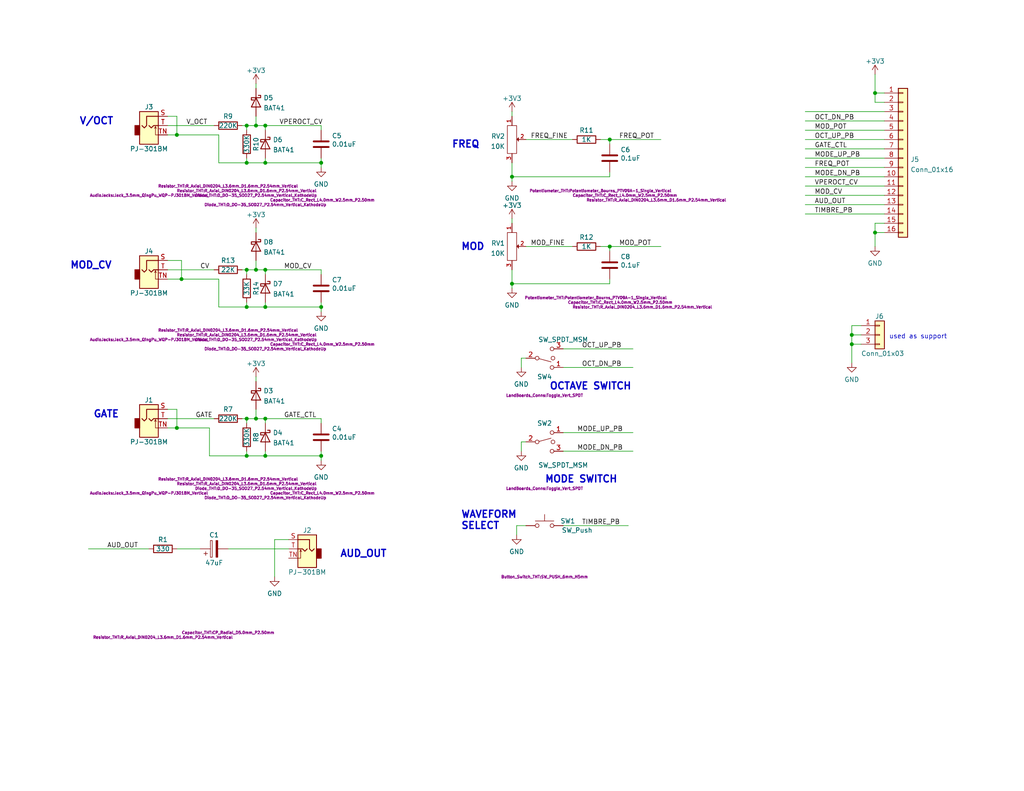
<source format=kicad_sch>
(kicad_sch (version 20211123) (generator eeschema)
  (paper "A")
  (title_block (title "VCO CONTROL PANEL") (date "2022-09-30") (rev "1") (company "LAND BOARDS LLC") (comment 1 "https://note.com/solder_state/n/nca6a1dec3921"))
  (lib_symbols
    (symbol "Connector:AudioJack2_SwitchT"
      (property "Reference" "J" (at 0 8.89 0))
      (property "Value" "AudioJack2_SwitchT" (at 0 6.35 0))
      (symbol "AudioJack2_SwitchT_0_1"
        (rectangle (start -2.54 0) (end -3.81 -2.54) (stroke (width 0.254)) (fill (type outline)))
        (polyline (pts (xy 1.778 -0.254) (xy 2.032 -0.762)))
        (polyline (pts (xy 0 0) (xy 0.635 -0.635) (xy 1.27 0) (xy 2.54 0)) (stroke (width 0.254)))
        (polyline (pts (xy 2.54 -2.54) (xy 1.778 -2.54) (xy 1.778 -0.254) (xy 1.524 -0.762)))
        (polyline (pts (xy 2.54 2.54) (xy -0.635 2.54) (xy -0.635 0) (xy -1.27 -0.635) (xy -1.905 0)) (stroke (width 0.254)))
        (rectangle (start 2.54 3.81) (end -2.54 -5.08) (stroke (width 0.254)) (fill (type background)))
      )
      (symbol "AudioJack2_SwitchT_1_1"
        (pin passive line (at 5.08 2.54 180) (length 2.54) (name "~") (number "S"))
        (pin passive line (at 5.08 0 180) (length 2.54) (name "~") (number "T"))
        (pin passive line (at 5.08 -2.54 180) (length 2.54) (name "~") (number "TN"))
      )
    )
    (symbol "Connector_Generic:Conn_01x03" (pin_names (offset 1.016) hide)
      (property "Reference" "J" (at 0 5.08 0))
      (property "Value" "Conn_01x03" (at 0 -5.08 0))
      (symbol "Conn_01x03_1_1"
        (rectangle (start -1.27 -2.413) (end 0 -2.667) (stroke (width 0.1524)))
        (rectangle (start -1.27 0.127) (end 0 -0.127) (stroke (width 0.1524)))
        (rectangle (start -1.27 2.667) (end 0 2.413) (stroke (width 0.1524)))
        (rectangle (start -1.27 3.81) (end 1.27 -3.81) (stroke (width 0.254)) (fill (type background)))
        (pin passive line (at -5.08 2.54 0) (length 3.81) (name "Pin_1") (number "1"))
        (pin passive line (at -5.08 0 0) (length 3.81) (name "Pin_2") (number "2"))
        (pin passive line (at -5.08 -2.54 0) (length 3.81) (name "Pin_3") (number "3"))
      )
    )
    (symbol "Connector_Generic:Conn_01x16" (pin_names (offset 1.016) hide)
      (property "Reference" "J" (at 0 20.32 0))
      (property "Value" "Conn_01x16" (at 0 -22.86 0))
      (symbol "Conn_01x16_1_1"
        (rectangle (start -1.27 -20.193) (end 0 -20.447) (stroke (width 0.1524)))
        (rectangle (start -1.27 -17.653) (end 0 -17.907) (stroke (width 0.1524)))
        (rectangle (start -1.27 -15.113) (end 0 -15.367) (stroke (width 0.1524)))
        (rectangle (start -1.27 -12.573) (end 0 -12.827) (stroke (width 0.1524)))
        (rectangle (start -1.27 -10.033) (end 0 -10.287) (stroke (width 0.1524)))
        (rectangle (start -1.27 -7.493) (end 0 -7.747) (stroke (width 0.1524)))
        (rectangle (start -1.27 -4.953) (end 0 -5.207) (stroke (width 0.1524)))
        (rectangle (start -1.27 -2.413) (end 0 -2.667) (stroke (width 0.1524)))
        (rectangle (start -1.27 0.127) (end 0 -0.127) (stroke (width 0.1524)))
        (rectangle (start -1.27 2.667) (end 0 2.413) (stroke (width 0.1524)))
        (rectangle (start -1.27 5.207) (end 0 4.953) (stroke (width 0.1524)))
        (rectangle (start -1.27 7.747) (end 0 7.493) (stroke (width 0.1524)))
        (rectangle (start -1.27 10.287) (end 0 10.033) (stroke (width 0.1524)))
        (rectangle (start -1.27 12.827) (end 0 12.573) (stroke (width 0.1524)))
        (rectangle (start -1.27 15.367) (end 0 15.113) (stroke (width 0.1524)))
        (rectangle (start -1.27 17.907) (end 0 17.653) (stroke (width 0.1524)))
        (rectangle (start -1.27 19.05) (end 1.27 -21.59) (stroke (width 0.254)) (fill (type background)))
        (pin passive line (at -5.08 17.78 0) (length 3.81) (name "Pin_1") (number "1"))
        (pin passive line (at -5.08 -5.08 0) (length 3.81) (name "Pin_10") (number "10"))
        (pin passive line (at -5.08 -7.62 0) (length 3.81) (name "Pin_11") (number "11"))
        (pin passive line (at -5.08 -10.16 0) (length 3.81) (name "Pin_12") (number "12"))
        (pin passive line (at -5.08 -12.7 0) (length 3.81) (name "Pin_13") (number "13"))
        (pin passive line (at -5.08 -15.24 0) (length 3.81) (name "Pin_14") (number "14"))
        (pin passive line (at -5.08 -17.78 0) (length 3.81) (name "Pin_15") (number "15"))
        (pin passive line (at -5.08 -20.32 0) (length 3.81) (name "Pin_16") (number "16"))
        (pin passive line (at -5.08 15.24 0) (length 3.81) (name "Pin_2") (number "2"))
        (pin passive line (at -5.08 12.7 0) (length 3.81) (name "Pin_3") (number "3"))
        (pin passive line (at -5.08 10.16 0) (length 3.81) (name "Pin_4") (number "4"))
        (pin passive line (at -5.08 7.62 0) (length 3.81) (name "Pin_5") (number "5"))
        (pin passive line (at -5.08 5.08 0) (length 3.81) (name "Pin_6") (number "6"))
        (pin passive line (at -5.08 2.54 0) (length 3.81) (name "Pin_7") (number "7"))
        (pin passive line (at -5.08 0 0) (length 3.81) (name "Pin_8") (number "8"))
        (pin passive line (at -5.08 -2.54 0) (length 3.81) (name "Pin_9") (number "9"))
      )
    )
    (symbol "Device:C" (pin_numbers hide) (pin_names (offset 0.254))
      (property "Reference" "C" (at 0.635 2.54 0))
      (property "Value" "C" (at 0.635 -2.54 0))
      (symbol "C_0_1"
        (polyline (pts (xy -2.032 -0.762) (xy 2.032 -0.762)) (stroke (width 0.508)))
        (polyline (pts (xy -2.032 0.762) (xy 2.032 0.762)) (stroke (width 0.508)))
      )
      (symbol "C_1_1"
        (pin passive line (at 0 3.81 270) (length 2.794) (name "~") (number "1"))
        (pin passive line (at 0 -3.81 90) (length 2.794) (name "~") (number "2"))
      )
    )
    (symbol "Device:C_Polarized" (pin_numbers hide) (pin_names (offset 0.254))
      (property "Reference" "C" (at 0.635 2.54 0))
      (property "Value" "C_Polarized" (at 0.635 -2.54 0))
      (symbol "C_Polarized_0_1"
        (rectangle (start -2.286 0.508) (end 2.286 1.016))
        (polyline (pts (xy -1.778 2.286) (xy -0.762 2.286)))
        (polyline (pts (xy -1.27 2.794) (xy -1.27 1.778)))
        (rectangle (start 2.286 -0.508) (end -2.286 -1.016) (fill (type outline)))
      )
      (symbol "C_Polarized_1_1"
        (pin passive line (at 0 3.81 270) (length 2.794) (name "~") (number "1"))
        (pin passive line (at 0 -3.81 90) (length 2.794) (name "~") (number "2"))
      )
    )
    (symbol "Device:D_Schottky" (pin_numbers hide) (pin_names (offset 1.016) hide)
      (property "Reference" "D" (at 0 2.54 0))
      (property "Value" "D_Schottky" (at 0 -2.54 0))
      (symbol "D_Schottky_0_1"
        (polyline (pts (xy 1.27 0) (xy -1.27 0)))
        (polyline (pts (xy 1.27 1.27) (xy 1.27 -1.27) (xy -1.27 0) (xy 1.27 1.27)) (stroke (width 0.254)))
        (polyline (pts (xy -1.905 0.635) (xy -1.905 1.27) (xy -1.27 1.27) (xy -1.27 -1.27) (xy -0.635 -1.27) (xy -0.635 -0.635)) (stroke (width 0.254)))
      )
      (symbol "D_Schottky_1_1"
        (pin passive line (at -3.81 0 0) (length 2.54) (name "K") (number "1"))
        (pin passive line (at 3.81 0 180) (length 2.54) (name "A") (number "2"))
      )
    )
    (symbol "Device:R" (pin_numbers hide) (pin_names (offset 0))
      (property "Reference" "R" (at 2.032 0 90))
      (property "Value" "R" (at 0 0 90))
      (symbol "R_0_1"
        (rectangle (start -1.016 -2.54) (end 1.016 2.54) (stroke (width 0.254)))
      )
      (symbol "R_1_1"
        (pin passive line (at 0 3.81 270) (length 1.27) (name "~") (number "1"))
        (pin passive line (at 0 -3.81 90) (length 1.27) (name "~") (number "2"))
      )
    )
    (symbol "LandBoards:POT" (pin_names (offset 1.016) hide)
      (property "Reference" "RV" (at 0 -2.54 0))
      (property "Value" "POT" (at 0 0 0))
      (symbol "POT_0_1"
        (rectangle (start -3.81 1.27) (end 3.81 -1.27))
        (polyline (pts (xy 0 1.27) (xy -0.508 1.778) (xy 0.508 1.778)) (fill (type outline)))
      )
      (symbol "POT_1_1"
        (pin passive line (at -6.35 0 0) (length 2.54) (name "1") (number "1"))
        (pin passive line (at 0 3.81 270) (length 2.032) (name "2") (number "2"))
        (pin passive line (at 6.35 0 180) (length 2.54) (name "3") (number "3"))
      )
    )
    (symbol "Switch:SW_Push" (pin_numbers hide) (pin_names (offset 1.016) hide)
      (property "Reference" "SW" (at 1.27 2.54 0))
      (property "Value" "SW_Push" (at 0 -1.524 0))
      (symbol "SW_Push_0_1"
        (circle (center -2.032 0) (radius 0.508))
        (polyline (pts (xy 0 1.27) (xy 0 3.048)))
        (polyline (pts (xy 2.54 1.27) (xy -2.54 1.27)))
        (circle (center 2.032 0) (radius 0.508))
        (pin passive line (at -5.08 0 0) (length 2.54) (name "1") (number "1"))
        (pin passive line (at 5.08 0 180) (length 2.54) (name "2") (number "2"))
      )
    )
    (symbol "Switch:SW_SPDT_MSM" (pin_names (offset 0) hide)
      (property "Reference" "SW" (at 0 5.08 0))
      (property "Value" "SW_SPDT_MSM" (at 0 -5.08 0))
      (symbol "SW_SPDT_MSM_0_0"
        (circle (center -2.032 0) (radius 0.508))
        (polyline (pts (xy -1.524 0.127) (xy 1.778 1.016)))
        (circle (center 2.032 -2.54) (radius 0.508))
      )
      (symbol "SW_SPDT_MSM_0_1"
        (circle (center 2.032 2.54) (radius 0.508))
        (circle (center 2.286 0) (radius 0.508))
      )
      (symbol "SW_SPDT_MSM_1_1"
        (pin passive line (at 5.08 2.54 180) (length 2.54) (name "1") (number "1"))
        (pin passive line (at -5.08 0 0) (length 2.54) (name "2") (number "2"))
        (pin passive line (at 5.08 -2.54 180) (length 2.54) (name "3") (number "3"))
      )
    )
    (symbol "power:+3.3V" (power) (pin_names (offset 0))
      (property "Value" "+3.3V" (at 0 3.556 0))
      (symbol "+3.3V_0_1"
        (polyline (pts (xy -0.762 1.27) (xy 0 2.54)))
        (polyline (pts (xy 0 0) (xy 0 2.54)))
        (polyline (pts (xy 0 2.54) (xy 0.762 1.27)))
      )
      (symbol "+3.3V_1_1"
        (pin power_in line (at 0 0 90) (length 0) hide (name "+3V3") (number "1"))
      )
    )
    (symbol "power:GND" (power) (pin_names (offset 0))
      (property "Value" "GND" (at 0 -3.81 0))
      (symbol "GND_0_1"
        (polyline (pts (xy 0 0) (xy 0 -1.27) (xy 1.27 -1.27) (xy 0 -2.54) (xy -1.27 -1.27) (xy 0 -1.27)))
      )
      (symbol "GND_1_1"
        (pin power_in line (at 0 0 270) (length 0) hide (name "GND") (number "1"))
      )
    )
  )
  (junction (at 67.31 44.45))
  (junction (at 87.63 83.82))
  (junction (at 67.31 114.3))
  (junction (at 166.37 38.1))
  (junction (at 232.41 93.98))
  (junction (at 67.31 73.66))
  (junction (at 69.85 34.29))
  (junction (at 238.76 25.4))
  (junction (at 48.26 36.83))
  (junction (at 67.31 83.82))
  (junction (at 67.31 34.29))
  (junction (at 232.41 91.44))
  (junction (at 87.63 44.45))
  (junction (at 87.63 124.46))
  (junction (at 72.39 44.45))
  (junction (at 72.39 114.3))
  (junction (at 69.85 114.3))
  (junction (at 72.39 83.82))
  (junction (at 166.37 67.31))
  (junction (at 139.7 48.26))
  (junction (at 49.53 76.2))
  (junction (at 238.76 63.5))
  (junction (at 72.39 34.29))
  (junction (at 67.31 124.46))
  (junction (at 72.39 124.46))
  (junction (at 48.26 116.84))
  (junction (at 69.85 73.66))
  (junction (at 72.39 73.66))
  (junction (at 139.7 77.47))
  (wire (pts (xy 67.31 73.66) (xy 69.85 73.66)))
  (wire (pts (xy 143.51 38.1) (xy 156.21 38.1)))
  (wire (pts (xy 241.3 27.94) (xy 238.76 27.94)))
  (wire (pts (xy 139.7 48.26) (xy 139.7 44.45)))
  (wire (pts (xy 219.71 50.8) (xy 241.3 50.8)))
  (wire (pts (xy 59.69 36.83) (xy 48.26 36.83)))
  (wire (pts (xy 153.67 95.25) (xy 172.72 95.25)))
  (wire (pts (xy 69.85 31.75) (xy 69.85 34.29)))
  (wire (pts (xy 219.71 33.02) (xy 241.3 33.02)))
  (wire (pts (xy 72.39 34.29) (xy 72.39 35.56)))
  (wire (pts (xy 69.85 34.29) (xy 72.39 34.29)))
  (wire (pts (xy 72.39 114.3) (xy 72.39 115.57)))
  (wire (pts (xy 232.41 88.9) (xy 232.41 91.44)))
  (wire (pts (xy 238.76 60.96) (xy 241.3 60.96)))
  (wire (pts (xy 45.72 31.75) (xy 48.26 31.75)))
  (wire (pts (xy 69.85 71.12) (xy 69.85 73.66)))
  (wire (pts (xy 45.72 111.76) (xy 48.26 111.76)))
  (wire (pts (xy 238.76 67.31) (xy 238.76 63.5)))
  (wire (pts (xy 49.53 71.12) (xy 49.53 76.2)))
  (wire (pts (xy 67.31 44.45) (xy 67.31 43.18)))
  (wire (pts (xy 153.67 100.33) (xy 172.72 100.33)))
  (wire (pts (xy 219.71 30.48) (xy 241.3 30.48)))
  (wire (pts (xy 139.7 59.69) (xy 139.7 60.96)))
  (wire (pts (xy 66.04 34.29) (xy 67.31 34.29)))
  (wire (pts (xy 67.31 124.46) (xy 67.31 123.19)))
  (wire (pts (xy 72.39 83.82) (xy 67.31 83.82)))
  (wire (pts (xy 45.72 114.3) (xy 58.42 114.3)))
  (wire (pts (xy 48.26 116.84) (xy 57.15 116.84)))
  (wire (pts (xy 59.69 76.2) (xy 49.53 76.2)))
  (wire (pts (xy 72.39 123.19) (xy 72.39 124.46)))
  (wire (pts (xy 48.26 31.75) (xy 48.26 36.83)))
  (wire (pts (xy 166.37 38.1) (xy 166.37 39.37)))
  (wire (pts (xy 87.63 83.82) (xy 87.63 85.09)))
  (wire (pts (xy 45.72 71.12) (xy 49.53 71.12)))
  (wire (pts (xy 219.71 48.26) (xy 241.3 48.26)))
  (wire (pts (xy 234.95 88.9) (xy 232.41 88.9)))
  (wire (pts (xy 57.15 124.46) (xy 67.31 124.46)))
  (wire (pts (xy 166.37 38.1) (xy 180.34 38.1)))
  (wire (pts (xy 87.63 34.29) (xy 72.39 34.29)))
  (wire (pts (xy 166.37 76.2) (xy 166.37 77.47)))
  (wire (pts (xy 62.23 149.86) (xy 78.74 149.86)))
  (wire (pts (xy 87.63 82.55) (xy 87.63 83.82)))
  (wire (pts (xy 87.63 44.45) (xy 87.63 45.72)))
  (wire (pts (xy 219.71 43.18) (xy 241.3 43.18)))
  (wire (pts (xy 67.31 73.66) (xy 67.31 74.93)))
  (wire (pts (xy 72.39 124.46) (xy 67.31 124.46)))
  (wire (pts (xy 87.63 73.66) (xy 72.39 73.66)))
  (wire (pts (xy 232.41 93.98) (xy 234.95 93.98)))
  (wire (pts (xy 72.39 73.66) (xy 72.39 74.93)))
  (wire (pts (xy 87.63 35.56) (xy 87.63 34.29)))
  (wire (pts (xy 72.39 124.46) (xy 87.63 124.46)))
  (wire (pts (xy 69.85 22.86) (xy 69.85 24.13)))
  (wire (pts (xy 219.71 55.88) (xy 241.3 55.88)))
  (wire (pts (xy 72.39 82.55) (xy 72.39 83.82)))
  (wire (pts (xy 238.76 25.4) (xy 238.76 20.32)))
  (wire (pts (xy 45.72 34.29) (xy 58.42 34.29)))
  (wire (pts (xy 59.69 44.45) (xy 59.69 36.83)))
  (wire (pts (xy 163.83 38.1) (xy 166.37 38.1)))
  (wire (pts (xy 87.63 74.93) (xy 87.63 73.66)))
  (wire (pts (xy 45.72 73.66) (xy 58.42 73.66)))
  (wire (pts (xy 166.37 67.31) (xy 180.34 67.31)))
  (wire (pts (xy 67.31 34.29) (xy 69.85 34.29)))
  (wire (pts (xy 153.67 123.19) (xy 172.72 123.19)))
  (wire (pts (xy 48.26 149.86) (xy 54.61 149.86)))
  (wire (pts (xy 69.85 111.76) (xy 69.85 114.3)))
  (wire (pts (xy 139.7 49.53) (xy 139.7 48.26)))
  (wire (pts (xy 45.72 116.84) (xy 48.26 116.84)))
  (wire (pts (xy 24.13 149.86) (xy 40.64 149.86)))
  (wire (pts (xy 67.31 83.82) (xy 59.69 83.82)))
  (wire (pts (xy 57.15 116.84) (xy 57.15 124.46)))
  (wire (pts (xy 232.41 91.44) (xy 232.41 93.98)))
  (wire (pts (xy 69.85 73.66) (xy 72.39 73.66)))
  (wire (pts (xy 72.39 44.45) (xy 87.63 44.45)))
  (wire (pts (xy 49.53 76.2) (xy 45.72 76.2)))
  (wire (pts (xy 139.7 77.47) (xy 139.7 73.66)))
  (wire (pts (xy 66.04 73.66) (xy 67.31 73.66)))
  (wire (pts (xy 143.51 67.31) (xy 156.21 67.31)))
  (wire (pts (xy 219.71 53.34) (xy 241.3 53.34)))
  (wire (pts (xy 142.24 120.65) (xy 143.51 120.65)))
  (wire (pts (xy 238.76 63.5) (xy 238.76 60.96)))
  (wire (pts (xy 142.24 100.33) (xy 142.24 97.79)))
  (wire (pts (xy 219.71 38.1) (xy 241.3 38.1)))
  (wire (pts (xy 238.76 27.94) (xy 238.76 25.4)))
  (wire (pts (xy 166.37 46.99) (xy 166.37 48.26)))
  (wire (pts (xy 219.71 35.56) (xy 241.3 35.56)))
  (wire (pts (xy 139.7 30.48) (xy 139.7 31.75)))
  (wire (pts (xy 67.31 44.45) (xy 59.69 44.45)))
  (wire (pts (xy 87.63 114.3) (xy 72.39 114.3)))
  (wire (pts (xy 163.83 67.31) (xy 166.37 67.31)))
  (wire (pts (xy 67.31 83.82) (xy 67.31 82.55)))
  (wire (pts (xy 87.63 123.19) (xy 87.63 124.46)))
  (wire (pts (xy 48.26 36.83) (xy 45.72 36.83)))
  (wire (pts (xy 238.76 25.4) (xy 241.3 25.4)))
  (wire (pts (xy 69.85 102.87) (xy 69.85 104.14)))
  (wire (pts (xy 139.7 48.26) (xy 166.37 48.26)))
  (wire (pts (xy 72.39 44.45) (xy 67.31 44.45)))
  (wire (pts (xy 74.93 147.32) (xy 78.74 147.32)))
  (wire (pts (xy 153.67 143.51) (xy 171.45 143.51)))
  (wire (pts (xy 69.85 62.23) (xy 69.85 63.5)))
  (wire (pts (xy 219.71 58.42) (xy 241.3 58.42)))
  (wire (pts (xy 69.85 114.3) (xy 72.39 114.3)))
  (wire (pts (xy 219.71 45.72) (xy 241.3 45.72)))
  (wire (pts (xy 142.24 97.79) (xy 143.51 97.79)))
  (wire (pts (xy 153.67 118.11) (xy 172.72 118.11)))
  (wire (pts (xy 140.97 143.51) (xy 143.51 143.51)))
  (wire (pts (xy 139.7 77.47) (xy 166.37 77.47)))
  (wire (pts (xy 74.93 157.48) (xy 74.93 147.32)))
  (wire (pts (xy 59.69 83.82) (xy 59.69 76.2)))
  (wire (pts (xy 87.63 43.18) (xy 87.63 44.45)))
  (wire (pts (xy 140.97 143.51) (xy 140.97 146.05)))
  (wire (pts (xy 142.24 123.19) (xy 142.24 120.65)))
  (wire (pts (xy 232.41 93.98) (xy 232.41 99.06)))
  (wire (pts (xy 48.26 111.76) (xy 48.26 116.84)))
  (wire (pts (xy 72.39 83.82) (xy 87.63 83.82)))
  (wire (pts (xy 67.31 34.29) (xy 67.31 35.56)))
  (wire (pts (xy 72.39 43.18) (xy 72.39 44.45)))
  (wire (pts (xy 234.95 91.44) (xy 232.41 91.44)))
  (wire (pts (xy 219.71 40.64) (xy 241.3 40.64)))
  (wire (pts (xy 87.63 115.57) (xy 87.63 114.3)))
  (wire (pts (xy 166.37 67.31) (xy 166.37 68.58)))
  (wire (pts (xy 67.31 114.3) (xy 67.31 115.57)))
  (wire (pts (xy 87.63 124.46) (xy 87.63 125.73)))
  (wire (pts (xy 66.04 114.3) (xy 67.31 114.3)))
  (wire (pts (xy 67.31 114.3) (xy 69.85 114.3)))
  (wire (pts (xy 238.76 63.5) (xy 241.3 63.5)))
  (wire (pts (xy 139.7 78.74) (xy 139.7 77.47)))
  (text "OCTAVE SWITCH" (at 149.86 106.68 0) (effects (font (size 1.905 1.905) (thickness 0.381) bold) (justify left bottom)))
  (text "GATE" (at 25.4 114.3 0) (effects (font (size 1.905 1.905) (thickness 0.381) bold) (justify left bottom)))
  (text "used as support" (at 242.57 92.71 0) (effects (font (size 1.27 1.27)) (justify left bottom)))
  (text "V/OCT" (at 21.59 34.29 0) (effects (font (size 1.905 1.905) (thickness 0.381) bold) (justify left bottom)))
  (text "MOD_CV" (at 19.05 73.66 0) (effects (font (size 1.905 1.905) (thickness 0.381) bold) (justify left bottom)))
  (text "FREQ" (at 123.19 40.64 0) (effects (font (size 1.905 1.905) (thickness 0.381) bold) (justify left bottom)))
  (text "MODE SWITCH" (at 148.59 132.08 0) (effects (font (size 1.905 1.905) (thickness 0.381) bold) (justify left bottom)))
  (text "WAVEFORM\nSELECT" (at 125.73 144.78 0) (effects (font (size 1.905 1.905) (thickness 0.381) bold) (justify left bottom)))
  (text "MOD" (at 125.73 68.58 0) (effects (font (size 1.905 1.905) (thickness 0.381) bold) (justify left bottom)))
  (text "AUD_OUT" (at 92.71 152.4 0) (effects (font (size 1.905 1.905) (thickness 0.381) bold) (justify left bottom)))
  (label "GATE_CTL" (at 77.47 114.3 0))
  (label "V_OCT" (at 50.8 34.29 0))
  (label "FREQ_POT" (at 222.25 45.72 0))
  (label "MOD_CV" (at 77.47 73.66 0))
  (label "FREQ_POT" (at 168.91 38.1 0))
  (label "MOD_FINE" (at 144.78 67.31 0))
  (label "MOD_POT" (at 222.25 35.56 0))
  (label "OCT_DN_PB" (at 222.25 33.02 0))
  (label "AUD_OUT" (at 29.21 149.86 0))
  (label "MODE_DN_PB" (at 222.25 48.26 0))
  (label "MOD_POT" (at 168.91 67.31 0))
  (label "TIMBRE_PB" (at 158.75 143.51 0))
  (label "MOD_CV" (at 222.25 53.34 0))
  (label "OCT_UP_PB" (at 222.25 38.1 0))
  (label "GATE_CTL" (at 222.25 40.64 0))
  (label "MODE_UP_PB" (at 222.25 43.18 0))
  (label "VPEROCT_CV" (at 76.2 34.29 0))
  (label "OCT_DN_PB" (at 158.75 100.33 0))
  (label "CV" (at 54.61 73.66 0))
  (label "FREQ_FINE" (at 144.78 38.1 0))
  (label "MODE_UP_PB" (at 157.48 118.11 0))
  (label "GATE" (at 53.34 114.3 0))
  (label "VPEROCT_CV" (at 222.25 50.8 0))
  (label "AUD_OUT" (at 222.25 55.88 0))
  (label "TIMBRE_PB" (at 222.25 58.42 0))
  (label "OCT_UP_PB" (at 158.75 95.25 0))
  (label "MODE_DN_PB" (at 157.48 123.19 0))
  (symbol (lib_id "LandBoards:POT") (at 139.7 67.31 270) (unit 1)
    (property "Reference" "RV1" (at 137.795 66.4015 90) (effects (justify right)))
    (property "Value" "10K" (at 137.795 69.1766 90) (effects (justify right)))
    (property "Footprint" "Potentiometer_THT:Potentiometer_Bourns_PTV09A-1_Single_Vertical" (at 162.56 81.28 90) (effects (font (size 0.762 0.762) bold)))
  )
  (symbol (lib_id "Device:C") (at 87.63 78.74 0) (unit 1)
    (property "Reference" "C7" (at 90.551 76.4286 0) (effects (justify left)))
    (property "Value" "0.01uF" (at 90.551 78.74 0) (effects (justify left)))
    (property "Footprint" "Capacitor_THT:C_Rect_L4.0mm_W2.5mm_P2.50mm" (at 73.66 93.98 0) (effects (font (size 0.762 0.762)) (justify left)))
    (property "Datasheet" "https://www.mouser.com/ProductDetail/TDK/FG18X7R1H473KNT06?qs=qf2ddTMq67Ua7q%2FdN4IhqA%3D%3D" (effects hide))
  )
  (symbol (lib_id "power:GND") (at 139.7 78.74 0) (unit 1)
    (property "Reference" "#PWR0109" (effects hide))
    (property "Value" "GND" (at 139.7 83.3025 0))
  )
  (symbol (lib_id "power:GND") (at 232.41 99.06 0) (unit 1)
    (property "Reference" "#PWR0114" (effects hide))
    (property "Value" "GND" (at 232.41 103.6225 0))
  )
  (symbol (lib_id "Connector_Generic:Conn_01x03") (at 240.03 91.44 0) (unit 1)
    (property "Reference" "J6" (at 238.76 86.36 0) (effects (justify left)))
    (property "Value" "Conn_01x03" (at 234.95 96.52 0) (effects (justify left)))
    (property "Footprint" "Connector_PinHeader_2.54mm:PinHeader_1x03_P2.54mm_Vertical" (effects hide))
  )
  (symbol (lib_id "power:GND") (at 87.63 125.73 0) (unit 1)
    (property "Reference" "#PWR0131" (effects hide))
    (property "Value" "GND" (at 87.63 130.2925 0))
  )
  (symbol (lib_id "Device:R") (at 62.23 73.66 90) (unit 1)
    (property "Reference" "R13" (at 62.23 71.12 90))
    (property "Value" "22K" (at 62.23 73.66 90))
    (property "Footprint" "Resistor_THT:R_Axial_DIN0204_L3.6mm_D1.6mm_P2.54mm_Vertical" (at 62.23 90.17 90) (effects (font (size 0.762 0.762))))
    (property "Datasheet" "https://www.mouser.com/ProductDetail/Xicon/299-2.2K-RC?qs=QaPBMFBEHz3RDbXknTj%252ByA%3D%3D" (effects hide))
  )
  (symbol (lib_id "Device:R") (at 160.02 38.1 90) (unit 1)
    (property "Reference" "R11" (at 160.02 35.56 90))
    (property "Value" "1K" (at 160.02 38.1 90))
    (property "Footprint" "Resistor_THT:R_Axial_DIN0204_L3.6mm_D1.6mm_P2.54mm_Vertical" (at 179.07 54.61 90) (effects (font (size 0.762 0.762))))
    (property "Datasheet" "https://www.mouser.com/ProductDetail/Xicon/299-2.2K-RC?qs=QaPBMFBEHz3RDbXknTj%252ByA%3D%3D" (effects hide))
  )
  (symbol (lib_id "power:GND") (at 87.63 85.09 0) (unit 1)
    (property "Reference" "#PWR0101" (effects hide))
    (property "Value" "GND" (at 87.63 89.6525 0))
  )
  (symbol (lib_id "power:+3.3V") (at 69.85 62.23 0) (unit 1)
    (property "Reference" "#PWR0102" (effects hide))
    (property "Value" "+3.3V" (at 69.85 58.6255 0))
  )
  (symbol (lib_id "Device:C") (at 166.37 43.18 0) (unit 1)
    (property "Reference" "C6" (at 169.291 40.8686 0) (effects (justify left)))
    (property "Value" "0.1uF" (at 169.291 43.18 0) (effects (justify left)))
    (property "Footprint" "Capacitor_THT:C_Rect_L4.0mm_W2.5mm_P2.50mm" (at 156.21 53.34 0) (effects (font (size 0.762 0.762)) (justify left)))
    (property "Datasheet" "https://www.mouser.com/ProductDetail/TDK/FG18X7R1H473KNT06?qs=qf2ddTMq67Ua7q%2FdN4IhqA%3D%3D" (effects hide))
  )
  (symbol (lib_id "Device:R") (at 62.23 34.29 90) (unit 1)
    (property "Reference" "R9" (at 62.23 31.75 90))
    (property "Value" "220K" (at 62.23 34.29 90))
    (property "Footprint" "Resistor_THT:R_Axial_DIN0204_L3.6mm_D1.6mm_P2.54mm_Vertical" (at 62.23 50.8 90) (effects (font (size 0.762 0.762))))
    (property "Datasheet" "https://www.mouser.com/ProductDetail/Xicon/299-2.2K-RC?qs=QaPBMFBEHz3RDbXknTj%252ByA%3D%3D" (effects hide))
  )
  (symbol (lib_id "Connector:AudioJack2_SwitchT") (at 83.82 149.86 0) (mirror y) (unit 1)
    (property "Reference" "J2" (at 83.82 144.78 0))
    (property "Value" "PJ-301BM" (at 83.82 156.21 0))
    (property "Footprint" "AudioJacks:Jack_3.5mm_QingPu_WQP-PJ301BM_Vertical" (effects hide))
    (property "Datasheet" "https://store.synthrotek.com/3_point_5mm_Vertical_Mount_Jacks" (effects hide))
  )
  (symbol (lib_id "power:GND") (at 238.76 67.31 0) (unit 1)
    (property "Reference" "#PWR0104" (effects hide))
    (property "Value" "GND" (at 238.76 71.8725 0))
  )
  (symbol (lib_id "Device:D_Schottky") (at 69.85 27.94 270) (unit 1)
    (property "Reference" "D5" (at 71.882 26.714 90) (effects (justify left)))
    (property "Value" "BAT41" (at 71.882 29.4891 90) (effects (justify left)))
    (property "Footprint" "Diode_THT:D_DO-35_SOD27_P2.54mm_Vertical_KathodeUp" (at 69.85 53.34 90) (effects (font (size 0.762 0.762))))
  )
  (symbol (lib_id "Connector:AudioJack2_SwitchT") (at 40.64 73.66 0) (unit 1)
    (property "Reference" "J4" (at 40.64 68.58 0))
    (property "Value" "PJ-301BM" (at 40.64 80.01 0))
    (property "Footprint" "AudioJacks:Jack_3.5mm_QingPu_WQP-PJ301BM_Vertical" (at 40.64 92.71 0) (effects (font (size 0.762 0.762))))
    (property "Datasheet" "https://store.synthrotek.com/3_point_5mm_Vertical_Mount_Jacks" (effects hide))
  )
  (symbol (lib_id "Switch:SW_SPDT_MSM") (at 148.59 97.79 0) (mirror x) (unit 1)
    (property "Reference" "SW4" (at 148.59 102.87 0))
    (property "Value" "SW_SPDT_MSM" (at 153.67 92.71 0))
    (property "Footprint" "LandBoards_Conns:Toggle_Vert_SPDT" (at 148.59 107.95 0) (effects (font (size 0.762 0.762))))
  )
  (symbol (lib_id "power:GND") (at 142.24 100.33 0) (unit 1)
    (property "Reference" "#PWR0112" (effects hide))
    (property "Value" "GND" (at 142.24 104.8925 0))
  )
  (symbol (lib_id "Device:D_Schottky") (at 72.39 119.38 270) (unit 1)
    (property "Reference" "D4" (at 74.422 118.154 90) (effects (justify left)))
    (property "Value" "BAT41" (at 74.422 120.9291 90) (effects (justify left)))
    (property "Footprint" "Diode_THT:D_DO-35_SOD27_P2.54mm_Vertical_KathodeUp" (at 72.39 135.89 90) (effects (font (size 0.762 0.762))))
  )
  (symbol (lib_id "power:GND") (at 140.97 146.05 0) (unit 1)
    (property "Reference" "#PWR0107" (effects hide))
    (property "Value" "GND" (at 140.97 150.6125 0))
  )
  (symbol (lib_id "Device:R") (at 67.31 39.37 180) (unit 1)
    (property "Reference" "R10" (at 69.85 39.37 90))
    (property "Value" "330K" (at 67.31 39.37 90))
    (property "Footprint" "Resistor_THT:R_Axial_DIN0204_L3.6mm_D1.6mm_P2.54mm_Vertical" (at 67.31 52.07 0) (effects (font (size 0.762 0.762))))
    (property "Datasheet" "https://www.mouser.com/ProductDetail/Xicon/299-2.2K-RC?qs=QaPBMFBEHz3RDbXknTj%252ByA%3D%3D" (effects hide))
  )
  (symbol (lib_id "Switch:SW_Push") (at 148.59 143.51 0) (unit 1)
    (property "Reference" "SW1" (at 154.94 142.24 0))
    (property "Value" "SW_Push" (at 157.48 144.78 0))
    (property "Footprint" "Button_Switch_THT:SW_PUSH_6mm_H5mm" (at 148.59 157.48 0) (effects (font (size 0.762 0.762))))
  )
  (symbol (lib_id "Device:C") (at 166.37 72.39 0) (unit 1)
    (property "Reference" "C8" (at 169.291 70.0786 0) (effects (justify left)))
    (property "Value" "0.1uF" (at 169.291 72.39 0) (effects (justify left)))
    (property "Footprint" "Capacitor_THT:C_Rect_L4.0mm_W2.5mm_P2.50mm" (at 154.94 82.55 0) (effects (font (size 0.762 0.762)) (justify left)))
    (property "Datasheet" "https://www.mouser.com/ProductDetail/TDK/FG18X7R1H473KNT06?qs=qf2ddTMq67Ua7q%2FdN4IhqA%3D%3D" (effects hide))
  )
  (symbol (lib_id "Switch:SW_SPDT_MSM") (at 148.59 120.65 0) (unit 1)
    (property "Reference" "SW2" (at 148.59 115.57 0))
    (property "Value" "SW_SPDT_MSM" (at 153.67 127 0))
    (property "Footprint" "LandBoards_Conns:Toggle_Vert_SPDT" (at 148.59 133.35 0) (effects (font (size 0.762 0.762))))
  )
  (symbol (lib_id "Device:R") (at 67.31 119.38 180) (unit 1)
    (property "Reference" "R8" (at 69.85 119.38 90))
    (property "Value" "330K" (at 67.31 119.38 90))
    (property "Footprint" "Resistor_THT:R_Axial_DIN0204_L3.6mm_D1.6mm_P2.54mm_Vertical" (at 67.31 132.08 0) (effects (font (size 0.762 0.762))))
    (property "Datasheet" "https://www.mouser.com/ProductDetail/Xicon/299-2.2K-RC?qs=QaPBMFBEHz3RDbXknTj%252ByA%3D%3D" (effects hide))
  )
  (symbol (lib_id "power:+3.3V") (at 139.7 59.69 0) (unit 1)
    (property "Reference" "#PWR0110" (effects hide))
    (property "Value" "+3.3V" (at 139.7 56.0855 0))
  )
  (symbol (lib_id "Connector:AudioJack2_SwitchT") (at 40.64 34.29 0) (unit 1)
    (property "Reference" "J3" (at 40.64 29.21 0))
    (property "Value" "PJ-301BM" (at 40.64 40.64 0))
    (property "Footprint" "AudioJacks:Jack_3.5mm_QingPu_WQP-PJ301BM_Vertical" (at 40.64 53.34 0) (effects (font (size 0.762 0.762))))
    (property "Datasheet" "https://store.synthrotek.com/3_point_5mm_Vertical_Mount_Jacks" (effects hide))
  )
  (symbol (lib_id "power:+3.3V") (at 69.85 102.87 0) (unit 1)
    (property "Reference" "#PWR0132" (effects hide))
    (property "Value" "+3.3V" (at 69.85 99.2655 0))
  )
  (symbol (lib_id "Device:C") (at 87.63 39.37 0) (unit 1)
    (property "Reference" "C5" (at 90.551 37.0586 0) (effects (justify left)))
    (property "Value" "0.01uF" (at 90.551 39.37 0) (effects (justify left)))
    (property "Footprint" "Capacitor_THT:C_Rect_L4.0mm_W2.5mm_P2.50mm" (at 73.66 54.61 0) (effects (font (size 0.762 0.762)) (justify left)))
    (property "Datasheet" "https://www.mouser.com/ProductDetail/TDK/FG18X7R1H473KNT06?qs=qf2ddTMq67Ua7q%2FdN4IhqA%3D%3D" (effects hide))
  )
  (symbol (lib_id "Device:R") (at 67.31 78.74 180) (unit 1)
    (property "Reference" "R14" (at 69.85 78.74 90))
    (property "Value" "33K" (at 67.31 78.74 90))
    (property "Footprint" "Resistor_THT:R_Axial_DIN0204_L3.6mm_D1.6mm_P2.54mm_Vertical" (at 67.31 91.44 0) (effects (font (size 0.762 0.762))))
    (property "Datasheet" "https://www.mouser.com/ProductDetail/Xicon/299-2.2K-RC?qs=QaPBMFBEHz3RDbXknTj%252ByA%3D%3D" (effects hide))
  )
  (symbol (lib_id "Device:R") (at 160.02 67.31 90) (unit 1)
    (property "Reference" "R12" (at 160.02 64.77 90))
    (property "Value" "1K" (at 160.02 67.31 90))
    (property "Footprint" "Resistor_THT:R_Axial_DIN0204_L3.6mm_D1.6mm_P2.54mm_Vertical" (at 175.26 83.82 90) (effects (font (size 0.762 0.762))))
    (property "Datasheet" "https://www.mouser.com/ProductDetail/Xicon/299-2.2K-RC?qs=QaPBMFBEHz3RDbXknTj%252ByA%3D%3D" (effects hide))
  )
  (symbol (lib_id "Device:C") (at 87.63 119.38 0) (unit 1)
    (property "Reference" "C4" (at 90.551 117.0686 0) (effects (justify left)))
    (property "Value" "0.01uF" (at 90.551 119.38 0) (effects (justify left)))
    (property "Footprint" "Capacitor_THT:C_Rect_L4.0mm_W2.5mm_P2.50mm" (at 73.66 134.62 0) (effects (font (size 0.762 0.762)) (justify left)))
    (property "Datasheet" "https://www.mouser.com/ProductDetail/TDK/FG18X7R1H473KNT06?qs=qf2ddTMq67Ua7q%2FdN4IhqA%3D%3D" (effects hide))
  )
  (symbol (lib_id "power:GND") (at 74.93 157.48 0) (unit 1)
    (property "Reference" "#PWR0105" (effects hide))
    (property "Value" "GND" (at 74.93 162.0425 0))
  )
  (symbol (lib_id "Device:D_Schottky") (at 69.85 67.31 270) (unit 1)
    (property "Reference" "D8" (at 71.882 66.084 90) (effects (justify left)))
    (property "Value" "BAT41" (at 71.882 68.8591 90) (effects (justify left)))
    (property "Footprint" "Diode_THT:D_DO-35_SOD27_P2.54mm_Vertical_KathodeUp" (at 69.85 92.71 90) (effects (font (size 0.762 0.762))))
  )
  (symbol (lib_id "Device:D_Schottky") (at 72.39 78.74 270) (unit 1)
    (property "Reference" "D7" (at 74.422 77.514 90) (effects (justify left)))
    (property "Value" "BAT41" (at 74.422 80.2891 90) (effects (justify left)))
    (property "Footprint" "Diode_THT:D_DO-35_SOD27_P2.54mm_Vertical_KathodeUp" (at 72.39 95.25 90) (effects (font (size 0.762 0.762))))
  )
  (symbol (lib_id "power:+3.3V") (at 238.76 20.32 0) (unit 1)
    (property "Reference" "#PWR0113" (effects hide))
    (property "Value" "+3.3V" (at 238.76 16.7155 0))
  )
  (symbol (lib_id "power:+3.3V") (at 139.7 30.48 0) (unit 1)
    (property "Reference" "#PWR0108" (effects hide))
    (property "Value" "+3.3V" (at 139.7 26.8755 0))
  )
  (symbol (lib_id "Device:C_Polarized") (at 58.42 149.86 90) (unit 1)
    (property "Reference" "C1" (at 58.42 146.05 90))
    (property "Value" "47uF" (at 58.42 153.67 90))
    (property "Footprint" "Capacitor_THT:CP_Radial_D5.0mm_P2.50mm" (at 62.23 172.72 90) (effects (font (size 0.762 0.762))))
    (property "Datasheet" "https://www.mouser.com/ProductDetail/140-REA470M1CBK0511P" (effects hide))
  )
  (symbol (lib_id "Device:R") (at 62.23 114.3 90) (unit 1)
    (property "Reference" "R7" (at 62.23 111.76 90))
    (property "Value" "220K" (at 62.23 114.3 90))
    (property "Footprint" "Resistor_THT:R_Axial_DIN0204_L3.6mm_D1.6mm_P2.54mm_Vertical" (at 62.23 130.81 90) (effects (font (size 0.762 0.762))))
    (property "Datasheet" "https://www.mouser.com/ProductDetail/Xicon/299-2.2K-RC?qs=QaPBMFBEHz3RDbXknTj%252ByA%3D%3D" (effects hide))
  )
  (symbol (lib_id "Device:D_Schottky") (at 72.39 39.37 270) (unit 1)
    (property "Reference" "D6" (at 74.422 38.144 90) (effects (justify left)))
    (property "Value" "BAT41" (at 74.422 40.9191 90) (effects (justify left)))
    (property "Footprint" "Diode_THT:D_DO-35_SOD27_P2.54mm_Vertical_KathodeUp" (at 72.39 55.88 90) (effects (font (size 0.762 0.762))))
  )
  (symbol (lib_id "LandBoards:POT") (at 139.7 38.1 270) (unit 1)
    (property "Reference" "RV2" (at 137.795 37.1915 90) (effects (justify right)))
    (property "Value" "10K" (at 137.795 39.9666 90) (effects (justify right)))
    (property "Footprint" "Potentiometer_THT:Potentiometer_Bourns_PTV09A-1_Single_Vertical" (at 163.83 52.07 90) (effects (font (size 0.762 0.762) bold)))
  )
  (symbol (lib_id "power:GND") (at 142.24 123.19 0) (unit 1)
    (property "Reference" "#PWR0136" (effects hide))
    (property "Value" "GND" (at 142.24 127.7525 0))
  )
  (symbol (lib_id "power:GND") (at 87.63 45.72 0) (unit 1)
    (property "Reference" "#PWR0103" (effects hide))
    (property "Value" "GND" (at 87.63 50.2825 0))
  )
  (symbol (lib_id "power:+3.3V") (at 69.85 22.86 0) (unit 1)
    (property "Reference" "#PWR0106" (effects hide))
    (property "Value" "+3.3V" (at 69.85 19.2555 0))
  )
  (symbol (lib_id "Device:D_Schottky") (at 69.85 107.95 270) (unit 1)
    (property "Reference" "D3" (at 71.882 106.724 90) (effects (justify left)))
    (property "Value" "BAT41" (at 71.882 109.4991 90) (effects (justify left)))
    (property "Footprint" "Diode_THT:D_DO-35_SOD27_P2.54mm_Vertical_KathodeUp" (at 69.85 133.35 90) (effects (font (size 0.762 0.762))))
  )
  (symbol (lib_id "Connector_Generic:Conn_01x16") (at 246.38 43.18 0) (unit 1)
    (property "Reference" "J5" (at 248.412 43.5415 0) (effects (justify left)))
    (property "Value" "Conn_01x16" (at 248.412 46.3166 0) (effects (justify left)))
    (property "Footprint" "Connector_PinHeader_2.54mm:PinHeader_2x08_P2.54mm_Vertical" (effects hide))
  )
  (symbol (lib_id "Device:R") (at 44.45 149.86 270) (unit 1)
    (property "Reference" "R1" (at 44.45 147.32 90))
    (property "Value" "330" (at 44.45 149.86 90))
    (property "Footprint" "Resistor_THT:R_Axial_DIN0204_L3.6mm_D1.6mm_P2.54mm_Vertical" (at 44.45 173.99 90) (effects (font (size 0.762 0.762))))
    (property "Datasheet" "https://www.mouser.com/ProductDetail/Xicon/299-2.2K-RC?qs=QaPBMFBEHz3RDbXknTj%252ByA%3D%3D" (effects hide))
  )
  (symbol (lib_id "Connector:AudioJack2_SwitchT") (at 40.64 114.3 0) (unit 1)
    (property "Reference" "J1" (at 40.64 109.22 0))
    (property "Value" "PJ-301BM" (at 40.64 120.65 0))
    (property "Footprint" "AudioJacks:Jack_3.5mm_QingPu_WQP-PJ301BM_Vertical" (at 40.64 134.62 0) (effects (font (size 0.762 0.762))))
    (property "Datasheet" "https://store.synthrotek.com/3_point_5mm_Vertical_Mount_Jacks" (effects hide))
  )
  (symbol (lib_id "power:GND") (at 139.7 49.53 0) (unit 1)
    (property "Reference" "#PWR0111" (effects hide))
    (property "Value" "GND" (at 139.7 54.0925 0))
  )
)
</source>
